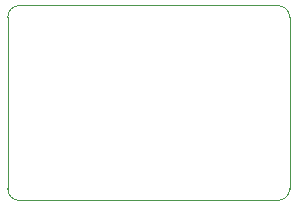
<source format=gbr>
%TF.GenerationSoftware,KiCad,Pcbnew,7.0.7*%
%TF.CreationDate,2024-05-21T12:30:45-04:00*%
%TF.ProjectId,CH340E_USB_UART,43483334-3045-45f5-9553-425f55415254,rev?*%
%TF.SameCoordinates,Original*%
%TF.FileFunction,Profile,NP*%
%FSLAX46Y46*%
G04 Gerber Fmt 4.6, Leading zero omitted, Abs format (unit mm)*
G04 Created by KiCad (PCBNEW 7.0.7) date 2024-05-21 12:30:45*
%MOMM*%
%LPD*%
G01*
G04 APERTURE LIST*
%TA.AperFunction,Profile*%
%ADD10C,0.100000*%
%TD*%
G04 APERTURE END LIST*
D10*
X155972000Y-112014000D02*
G75*
G03*
X156972000Y-111014000I0J1000000D01*
G01*
X133096000Y-111014000D02*
G75*
G03*
X134096000Y-112014000I1000000J0D01*
G01*
X156972000Y-96504000D02*
G75*
G03*
X155972000Y-95504000I-1000000J0D01*
G01*
X134096000Y-95504000D02*
G75*
G03*
X133096000Y-96504000I0J-1000000D01*
G01*
X156972000Y-111014000D02*
X156972000Y-96504000D01*
X155972000Y-95504000D02*
X134096000Y-95504000D01*
X134096000Y-112014000D02*
X155972000Y-112014000D01*
X133096000Y-96504000D02*
X133096000Y-111014000D01*
M02*

</source>
